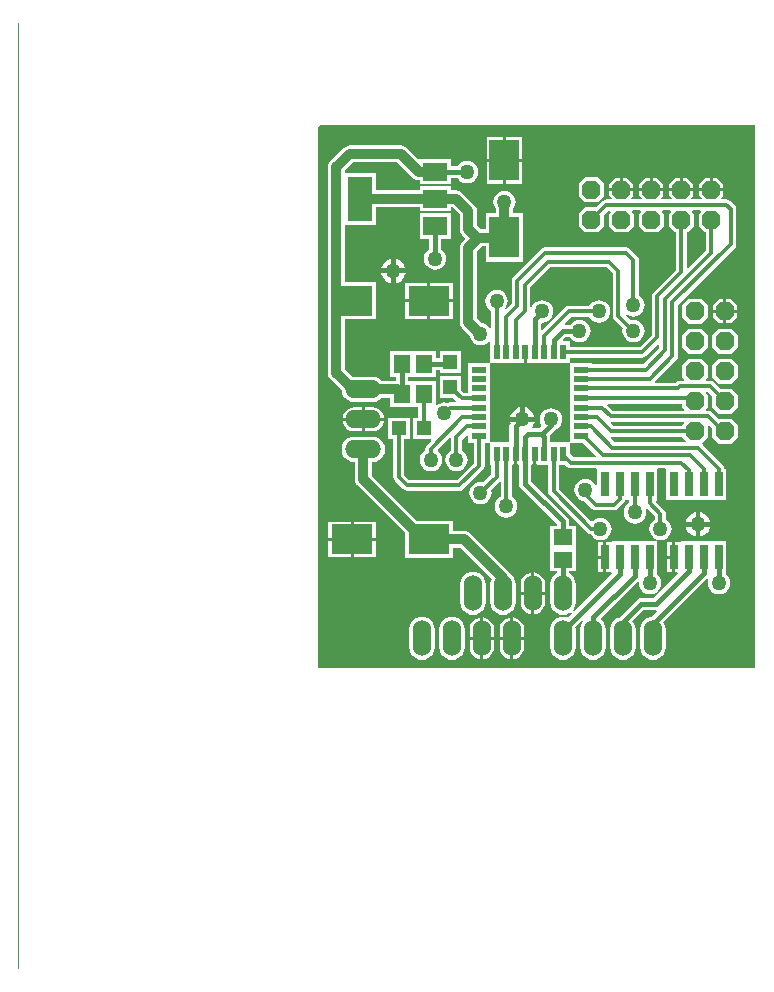
<source format=gtl>
%FSLAX44Y44*%
%MOMM*%
G71*
G01*
G75*
G04 Layer_Physical_Order=1*
G04 Layer_Color=255*
%ADD10R,0.5588X1.2700*%
%ADD11R,1.2700X0.5588*%
%ADD12R,2.5146X3.5052*%
%ADD13R,3.5052X2.5146*%
%ADD14R,1.3208X1.6002*%
%ADD15R,1.2192X1.2192*%
%ADD16R,0.6604X2.0320*%
%ADD17R,1.2192X1.2192*%
%ADD18R,2.0066X1.5240*%
%ADD19R,2.0066X3.8100*%
%ADD20R,1.6002X1.3208*%
%ADD21C,0.8128*%
%ADD22C,0.4064*%
%ADD23C,0.3048*%
%ADD24C,0.3050*%
%ADD25C,0.4060*%
%ADD26C,0.0000*%
G04:AMPARAMS|DCode=27|XSize=1.524mm|YSize=1.524mm|CornerRadius=0mm|HoleSize=0mm|Usage=FLASHONLY|Rotation=0.000|XOffset=0mm|YOffset=0mm|HoleType=Round|Shape=Octagon|*
%AMOCTAGOND27*
4,1,8,0.7620,-0.3810,0.7620,0.3810,0.3810,0.7620,-0.3810,0.7620,-0.7620,0.3810,-0.7620,-0.3810,-0.3810,-0.7620,0.3810,-0.7620,0.7620,-0.3810,0.0*
%
%ADD27OCTAGOND27*%

%ADD28O,3.0480X1.5240*%
%ADD29O,1.5240X3.0480*%
G04:AMPARAMS|DCode=30|XSize=1.524mm|YSize=1.524mm|CornerRadius=0mm|HoleSize=0mm|Usage=FLASHONLY|Rotation=270.000|XOffset=0mm|YOffset=0mm|HoleType=Round|Shape=Octagon|*
%AMOCTAGOND30*
4,1,8,-0.3810,-0.7620,0.3810,-0.7620,0.7620,-0.3810,0.7620,0.3810,0.3810,0.7620,-0.3810,0.7620,-0.7620,0.3810,-0.7620,-0.3810,-0.3810,-0.7620,0.0*
%
%ADD30OCTAGOND30*%

%ADD31C,1.2700*%
G36*
X370000Y-0D02*
X370000Y-0D01*
X-0D01*
X-0Y458730D01*
X1270Y460000D01*
X370000D01*
Y-0D01*
D02*
G37*
%LPC*%
G36*
X299431Y106946D02*
X294859D01*
Y95516D01*
X299431D01*
Y106946D01*
D02*
G37*
G36*
X241011D02*
X236439D01*
Y95516D01*
X241011D01*
Y106946D01*
D02*
G37*
G36*
X48526Y124333D02*
X29730D01*
Y110490D01*
X48526D01*
Y124333D01*
D02*
G37*
G36*
X27190D02*
X8394D01*
Y110490D01*
X27190D01*
Y124333D01*
D02*
G37*
G36*
X299431Y92976D02*
X294859D01*
Y81546D01*
X299431D01*
Y92976D01*
D02*
G37*
G36*
X241011D02*
X236439D01*
Y81546D01*
X241011D01*
Y92976D01*
D02*
G37*
G36*
X48526Y107950D02*
X29730D01*
Y94107D01*
X48526D01*
Y107950D01*
D02*
G37*
G36*
X27190D02*
X8394D01*
Y94107D01*
X27190D01*
Y107950D01*
D02*
G37*
G36*
X55800Y209550D02*
X39370D01*
Y200572D01*
X45720D01*
X48372Y200921D01*
X50844Y201945D01*
X52966Y203574D01*
X54595Y205696D01*
X55619Y208168D01*
X55800Y209550D01*
D02*
G37*
G36*
X36830D02*
X20399D01*
X20582Y208168D01*
X21605Y205696D01*
X23234Y203574D01*
X25356Y201945D01*
X27828Y200921D01*
X30480Y200572D01*
X36830D01*
Y209550D01*
D02*
G37*
G36*
X45720Y221068D02*
X39370D01*
Y212090D01*
X55800D01*
X55619Y213472D01*
X54595Y215944D01*
X52966Y218066D01*
X50844Y219695D01*
X48372Y220718D01*
X45720Y221068D01*
D02*
G37*
G36*
X36830D02*
X30480D01*
X27828Y220718D01*
X25356Y219695D01*
X23234Y218066D01*
X21605Y215944D01*
X20582Y213472D01*
X20399Y212090D01*
X36830D01*
Y221068D01*
D02*
G37*
G36*
X331546Y119888D02*
X323342D01*
Y111684D01*
X324029Y111774D01*
X326562Y112823D01*
X328737Y114493D01*
X330407Y116668D01*
X331456Y119201D01*
X331546Y119888D01*
D02*
G37*
G36*
X319278D02*
X311074D01*
X311164Y119201D01*
X312213Y116668D01*
X313883Y114493D01*
X316058Y112823D01*
X318591Y111774D01*
X319278Y111684D01*
Y119888D01*
D02*
G37*
G36*
X323342Y132156D02*
Y123952D01*
X331546D01*
X331456Y124639D01*
X330407Y127172D01*
X328737Y129347D01*
X326562Y131017D01*
X324029Y132066D01*
X323342Y132156D01*
D02*
G37*
G36*
X319278D02*
X318591Y132066D01*
X316058Y131017D01*
X313883Y129347D01*
X312213Y127172D01*
X311164Y124639D01*
X311074Y123952D01*
X319278D01*
Y132156D01*
D02*
G37*
G36*
X182880Y81201D02*
Y64770D01*
X191858D01*
Y71120D01*
X191509Y73772D01*
X190485Y76244D01*
X188856Y78366D01*
X186734Y79995D01*
X184262Y81018D01*
X182880Y81201D01*
D02*
G37*
G36*
X174078Y24130D02*
X165100D01*
Y7699D01*
X166482Y7882D01*
X168954Y8905D01*
X171076Y10534D01*
X172705Y12656D01*
X173729Y15128D01*
X174078Y17780D01*
Y24130D01*
D02*
G37*
G36*
X162560D02*
X153582D01*
Y17780D01*
X153932Y15128D01*
X154955Y12656D01*
X156584Y10534D01*
X158706Y8905D01*
X161178Y7882D01*
X162560Y7699D01*
Y24130D01*
D02*
G37*
G36*
X139700Y43101D02*
Y26670D01*
X148678D01*
Y33020D01*
X148329Y35672D01*
X147305Y38144D01*
X145676Y40266D01*
X143554Y41895D01*
X141082Y42919D01*
X139700Y43101D01*
D02*
G37*
G36*
X137160D02*
X135778Y42919D01*
X133306Y41895D01*
X131184Y40266D01*
X129555Y38144D01*
X128532Y35672D01*
X128182Y33020D01*
Y26670D01*
X137160D01*
Y43101D01*
D02*
G37*
G36*
X113030Y43780D02*
X110245Y43413D01*
X107650Y42339D01*
X105421Y40628D01*
X103712Y38400D01*
X102637Y35805D01*
X102270Y33020D01*
Y17780D01*
X102637Y14995D01*
X103712Y12400D01*
X105421Y10172D01*
X107650Y8461D01*
X110245Y7387D01*
X113030Y7020D01*
X115815Y7387D01*
X118410Y8461D01*
X120639Y10172D01*
X122348Y12400D01*
X123423Y14995D01*
X123790Y17780D01*
Y33020D01*
X123423Y35805D01*
X122348Y38400D01*
X120639Y40628D01*
X118410Y42339D01*
X115815Y43413D01*
X113030Y43780D01*
D02*
G37*
G36*
X87630D02*
X84845Y43413D01*
X82250Y42339D01*
X80021Y40628D01*
X78312Y38400D01*
X77237Y35805D01*
X76870Y33020D01*
Y17780D01*
X77237Y14995D01*
X78312Y12400D01*
X80021Y10172D01*
X82250Y8461D01*
X84845Y7387D01*
X87630Y7020D01*
X90415Y7387D01*
X93010Y8461D01*
X95239Y10172D01*
X96948Y12400D01*
X98023Y14995D01*
X98390Y17780D01*
Y33020D01*
X98023Y35805D01*
X96948Y38400D01*
X95239Y40628D01*
X93010Y42339D01*
X90415Y43413D01*
X87630Y43780D01*
D02*
G37*
G36*
X148678Y24130D02*
X139700D01*
Y7699D01*
X141082Y7882D01*
X143554Y8905D01*
X145676Y10534D01*
X147305Y12656D01*
X148329Y15128D01*
X148678Y17780D01*
Y24130D01*
D02*
G37*
G36*
X137160D02*
X128182D01*
Y17780D01*
X128532Y15128D01*
X129555Y12656D01*
X131184Y10534D01*
X133306Y8905D01*
X135778Y7882D01*
X137160Y7699D01*
Y24130D01*
D02*
G37*
G36*
X191858Y62230D02*
X182880D01*
Y45799D01*
X184262Y45981D01*
X186734Y47005D01*
X188856Y48634D01*
X190485Y50756D01*
X191509Y53228D01*
X191858Y55880D01*
Y62230D01*
D02*
G37*
G36*
X180340D02*
X171362D01*
Y55880D01*
X171712Y53228D01*
X172735Y50756D01*
X174364Y48634D01*
X176486Y47005D01*
X178958Y45981D01*
X180340Y45799D01*
Y62230D01*
D02*
G37*
G36*
Y81201D02*
X178958Y81018D01*
X176486Y79995D01*
X174364Y78366D01*
X172735Y76244D01*
X171712Y73772D01*
X171362Y71120D01*
Y64770D01*
X180340D01*
Y81201D01*
D02*
G37*
G36*
X307051Y107454D02*
X306543Y106946D01*
X301971D01*
Y94246D01*
Y81546D01*
X303702D01*
X304188Y80373D01*
X283605Y59790D01*
X273050D01*
X271068Y59395D01*
X269387Y58273D01*
X254177Y43062D01*
X252430Y42339D01*
X250201Y40628D01*
X248491Y38400D01*
X247417Y35805D01*
X247050Y33020D01*
Y17780D01*
X247417Y14995D01*
X248491Y12400D01*
X250201Y10172D01*
X252430Y8461D01*
X255025Y7387D01*
X257810Y7020D01*
X260595Y7387D01*
X263190Y8461D01*
X265418Y10172D01*
X267129Y12400D01*
X268203Y14995D01*
X268570Y17780D01*
Y33020D01*
X268203Y35805D01*
X267129Y38400D01*
X265842Y40077D01*
X275195Y49430D01*
X285750D01*
X285912Y49463D01*
X286538Y48292D01*
X281846Y43601D01*
X280425Y43413D01*
X277830Y42339D01*
X275602Y40628D01*
X273892Y38400D01*
X272817Y35805D01*
X272450Y33020D01*
Y17780D01*
X272817Y14995D01*
X273892Y12400D01*
X275602Y10172D01*
X277830Y8461D01*
X280425Y7387D01*
X283210Y7020D01*
X285995Y7387D01*
X288590Y8461D01*
X290819Y10172D01*
X292528Y12400D01*
X293603Y14995D01*
X293970Y17780D01*
Y33020D01*
X293603Y35805D01*
X292528Y38400D01*
X291993Y39098D01*
X329139Y76244D01*
X330216Y75524D01*
X329934Y74843D01*
X329611Y72390D01*
X329934Y69937D01*
X330881Y67650D01*
X332387Y65687D01*
X334351Y64181D01*
X336637Y63234D01*
X339090Y62911D01*
X341543Y63234D01*
X343829Y64181D01*
X345793Y65687D01*
X347299Y67650D01*
X348246Y69937D01*
X348569Y72390D01*
X348246Y74843D01*
X347299Y77130D01*
X345793Y79093D01*
X344912Y79768D01*
X345151Y81038D01*
X345151D01*
Y107454D01*
X307051D01*
Y107454D01*
D02*
G37*
G36*
X165100Y43101D02*
Y26670D01*
X174078D01*
Y33020D01*
X173729Y35672D01*
X172705Y38144D01*
X171076Y40266D01*
X168954Y41895D01*
X166482Y42919D01*
X165100Y43101D01*
D02*
G37*
G36*
X162560D02*
X161178Y42919D01*
X158706Y41895D01*
X156584Y40266D01*
X154955Y38144D01*
X153932Y35672D01*
X153582Y33020D01*
Y26670D01*
X162560D01*
Y43101D01*
D02*
G37*
G36*
X45720Y196180D02*
X30480D01*
X27695Y195813D01*
X25100Y194739D01*
X22871Y193029D01*
X21161Y190800D01*
X20087Y188205D01*
X19720Y185420D01*
X20087Y182635D01*
X21161Y180040D01*
X22871Y177812D01*
X25100Y176101D01*
X27695Y175027D01*
X30480Y174660D01*
X30927D01*
Y160020D01*
X31171Y158163D01*
X31381Y157657D01*
X31888Y156433D01*
X33028Y154948D01*
X72898Y115077D01*
Y93599D01*
X114046D01*
Y102047D01*
X120219D01*
X146562Y75704D01*
X145817Y73905D01*
X145450Y71120D01*
Y55880D01*
X145817Y53095D01*
X146891Y50500D01*
X148602Y48271D01*
X150830Y46561D01*
X153425Y45487D01*
X156210Y45120D01*
X158995Y45487D01*
X161590Y46561D01*
X163818Y48271D01*
X165529Y50500D01*
X166603Y53095D01*
X166970Y55880D01*
Y71120D01*
X166603Y73905D01*
X165529Y76500D01*
X163818Y78728D01*
X162398Y79819D01*
X161282Y81272D01*
X128262Y114292D01*
X126777Y115432D01*
X125553Y115939D01*
X125047Y116149D01*
X123190Y116393D01*
X114046D01*
Y124841D01*
X83424D01*
X45273Y162991D01*
Y174660D01*
X45720D01*
X48505Y175027D01*
X51100Y176101D01*
X53328Y177812D01*
X55038Y180040D01*
X56113Y182635D01*
X56480Y185420D01*
X56113Y188205D01*
X55038Y190800D01*
X53328Y193029D01*
X51100Y194739D01*
X48505Y195813D01*
X45720Y196180D01*
D02*
G37*
G36*
X130810Y81880D02*
X128025Y81513D01*
X125430Y80438D01*
X123202Y78728D01*
X121491Y76500D01*
X120417Y73905D01*
X120050Y71120D01*
Y55880D01*
X120417Y53095D01*
X121491Y50500D01*
X123202Y48271D01*
X125430Y46561D01*
X128025Y45487D01*
X130810Y45120D01*
X133595Y45487D01*
X136190Y46561D01*
X138419Y48271D01*
X140128Y50500D01*
X141203Y53095D01*
X141570Y55880D01*
Y71120D01*
X141203Y73905D01*
X140128Y76500D01*
X138419Y78728D01*
X136190Y80438D01*
X133595Y81513D01*
X130810Y81880D01*
D02*
G37*
G36*
X156210Y428740D02*
X142367D01*
Y409944D01*
X156210D01*
Y428740D01*
D02*
G37*
G36*
X337820Y415290D02*
X334010D01*
Y406400D01*
X342900D01*
Y410210D01*
X337820Y415290D01*
D02*
G37*
G36*
X331470D02*
X327660D01*
X322580Y410210D01*
Y406400D01*
X331470D01*
Y415290D01*
D02*
G37*
G36*
X349250Y312420D02*
X345440D01*
Y303530D01*
X354330D01*
Y307340D01*
X349250Y312420D01*
D02*
G37*
G36*
X69850Y442783D02*
X26670D01*
X24813Y442539D01*
X24307Y442329D01*
X23083Y441822D01*
X21598Y440682D01*
X10168Y429252D01*
X9028Y427767D01*
X8521Y426543D01*
X8311Y426037D01*
X8067Y424180D01*
Y326771D01*
X7874D01*
Y295529D01*
X8067D01*
Y250190D01*
X8311Y248333D01*
X8521Y247827D01*
X9028Y246603D01*
X10168Y245118D01*
X19819Y235466D01*
X20087Y233435D01*
X21161Y230840D01*
X22871Y228612D01*
X25100Y226901D01*
X27695Y225827D01*
X30480Y225460D01*
X45720D01*
X48505Y225827D01*
X51100Y226901D01*
X53328Y228612D01*
X53662Y229047D01*
X60858D01*
Y221361D01*
X84578D01*
Y212344D01*
X80096D01*
Y194056D01*
X94934D01*
X95420Y192883D01*
X91954Y189416D01*
X90943Y187904D01*
X90884Y187608D01*
X90588Y186120D01*
Y184771D01*
X90511Y184739D01*
X88547Y183233D01*
X87041Y181269D01*
X86094Y178983D01*
X85771Y176530D01*
X86094Y174077D01*
X87041Y171791D01*
X88547Y169827D01*
X90511Y168321D01*
X92797Y167374D01*
X95250Y167051D01*
X97703Y167374D01*
X99990Y168321D01*
X101953Y169827D01*
X103459Y171791D01*
X104406Y174077D01*
X104729Y176530D01*
X104406Y178983D01*
X103459Y181269D01*
X101953Y183233D01*
X101021Y183948D01*
X100938Y185215D01*
X110908Y195186D01*
X112178Y194660D01*
Y184771D01*
X112100Y184739D01*
X110137Y183233D01*
X108631Y181269D01*
X107684Y178983D01*
X107361Y176530D01*
X107684Y174077D01*
X108631Y171791D01*
X110137Y169827D01*
X112100Y168321D01*
X114387Y167374D01*
X116840Y167051D01*
X119293Y167374D01*
X121580Y168321D01*
X123543Y169827D01*
X125049Y171791D01*
X125996Y174077D01*
X126319Y176530D01*
X125996Y178983D01*
X125049Y181269D01*
X123543Y183233D01*
X121580Y184739D01*
X121502Y184771D01*
Y193649D01*
X125573Y197720D01*
X126746Y197234D01*
Y190948D01*
X131422D01*
Y173575D01*
X117449Y159602D01*
X76861D01*
X72734Y163729D01*
Y194056D01*
X77216D01*
Y212344D01*
X58928D01*
Y194056D01*
X63410D01*
Y161798D01*
X63706Y160310D01*
X63765Y160014D01*
X64776Y158502D01*
X71634Y151644D01*
X73146Y150633D01*
X74930Y150278D01*
X119380D01*
X120868Y150574D01*
X121164Y150633D01*
X122676Y151644D01*
X139380Y168348D01*
X140391Y169860D01*
X140746Y171644D01*
Y190948D01*
X145034D01*
Y172466D01*
X146214D01*
Y164237D01*
X139691Y157714D01*
X139613Y157746D01*
X137160Y158069D01*
X134707Y157746D01*
X132421Y156799D01*
X130457Y155293D01*
X128951Y153329D01*
X128004Y151043D01*
X127681Y148590D01*
X128004Y146137D01*
X128951Y143850D01*
X130457Y141887D01*
X132421Y140381D01*
X134707Y139434D01*
X137160Y139111D01*
X139613Y139434D01*
X141899Y140381D01*
X143863Y141887D01*
X145369Y143850D01*
X146316Y146137D01*
X146639Y148590D01*
X146316Y151043D01*
X146284Y151121D01*
X153072Y157910D01*
X154342Y157384D01*
Y145507D01*
X154010Y145369D01*
X152047Y143863D01*
X150541Y141899D01*
X149594Y139613D01*
X149271Y137160D01*
X149594Y134707D01*
X150541Y132421D01*
X152047Y130457D01*
X154010Y128951D01*
X156297Y128004D01*
X158750Y127681D01*
X161203Y128004D01*
X163489Y128951D01*
X165453Y130457D01*
X166959Y132421D01*
X167906Y134707D01*
X168229Y137160D01*
X167906Y139613D01*
X166959Y141899D01*
X165453Y143863D01*
X163666Y145234D01*
Y172466D01*
X164846D01*
Y172974D01*
X165608D01*
Y181864D01*
X168148D01*
Y172974D01*
X169164D01*
Y172466D01*
X169827D01*
Y156464D01*
X170221Y154482D01*
X171343Y152802D01*
X201831Y122315D01*
Y120752D01*
X195961D01*
Y101448D01*
Y82296D01*
X201831D01*
Y80521D01*
X201630Y80438D01*
X199401Y78728D01*
X197691Y76500D01*
X196617Y73905D01*
X196250Y71120D01*
Y55880D01*
X196617Y53095D01*
X197691Y50500D01*
X199401Y48271D01*
X201630Y46561D01*
X204225Y45487D01*
X207010Y45120D01*
X209795Y45487D01*
X212390Y46561D01*
X213724Y47586D01*
X214564Y46629D01*
X210893Y42958D01*
X209795Y43413D01*
X207010Y43780D01*
X204225Y43413D01*
X201630Y42339D01*
X199401Y40628D01*
X197691Y38400D01*
X196617Y35805D01*
X196250Y33020D01*
Y17780D01*
X196617Y14995D01*
X197691Y12400D01*
X199401Y10172D01*
X201630Y8461D01*
X204225Y7387D01*
X207010Y7020D01*
X209795Y7387D01*
X212390Y8461D01*
X214618Y10172D01*
X216329Y12400D01*
X217403Y14995D01*
X217770Y17780D01*
Y33020D01*
X217518Y34933D01*
X223159Y40574D01*
X224116Y39734D01*
X223092Y38400D01*
X222017Y35805D01*
X221650Y33020D01*
Y17780D01*
X222017Y14995D01*
X223092Y12400D01*
X224802Y10172D01*
X227030Y8461D01*
X229625Y7387D01*
X232410Y7020D01*
X235195Y7387D01*
X237790Y8461D01*
X240019Y10172D01*
X241728Y12400D01*
X242803Y14995D01*
X243170Y17780D01*
Y33020D01*
X242803Y35805D01*
X241728Y38400D01*
X240019Y40628D01*
X239178Y41273D01*
X239095Y42540D01*
X270056Y73501D01*
X271259Y72908D01*
X271191Y72390D01*
X271514Y69937D01*
X272461Y67650D01*
X273967Y65687D01*
X275931Y64181D01*
X278217Y63234D01*
X280670Y62911D01*
X283123Y63234D01*
X285410Y64181D01*
X287373Y65687D01*
X288879Y67650D01*
X289826Y69937D01*
X290149Y72390D01*
X289826Y74843D01*
X288879Y77130D01*
X287373Y79093D01*
X286492Y79768D01*
X286731Y81038D01*
X286731D01*
Y107454D01*
X249183D01*
X248764Y107454D01*
X248631D01*
X247571Y106946D01*
X247361Y106946D01*
X243551D01*
Y94246D01*
Y81546D01*
X247361D01*
X247571Y81546D01*
X247720Y81475D01*
X248274Y80339D01*
X216261Y48326D01*
X215305Y49166D01*
X216329Y50500D01*
X217403Y53095D01*
X217770Y55880D01*
Y71120D01*
X217403Y73905D01*
X216329Y76500D01*
X214618Y78728D01*
X212390Y80438D01*
X212190Y80521D01*
Y82296D01*
X218059D01*
Y101448D01*
Y120752D01*
X212190D01*
Y124460D01*
X211795Y126442D01*
X210672Y128123D01*
X180186Y158609D01*
Y172466D01*
X180848D01*
Y172974D01*
X181800D01*
Y181864D01*
X184340D01*
Y172974D01*
X185228D01*
Y172466D01*
X194408D01*
Y150180D01*
X194704Y148692D01*
X194763Y148396D01*
X195774Y146884D01*
X227844Y114814D01*
X229356Y113803D01*
X229652Y113744D01*
X230463Y113583D01*
X230551Y113371D01*
X232057Y111407D01*
X234021Y109901D01*
X236307Y108954D01*
X238760Y108631D01*
X241213Y108954D01*
X243500Y109901D01*
X245463Y111407D01*
X246969Y113371D01*
X247916Y115657D01*
X248239Y118110D01*
X247916Y120563D01*
X246969Y122850D01*
X245463Y124813D01*
X243500Y126319D01*
X241213Y127266D01*
X238760Y127589D01*
X236307Y127266D01*
X234021Y126319D01*
X232057Y124813D01*
X231093Y124749D01*
X203732Y152111D01*
Y172466D01*
X209060D01*
X210832Y170694D01*
X211842Y170019D01*
X212344Y169683D01*
X214128Y169328D01*
X234829D01*
X235931Y168922D01*
X235931Y168058D01*
Y155176D01*
X234661Y154924D01*
X234269Y155870D01*
X232763Y157833D01*
X230800Y159339D01*
X228513Y160286D01*
X226060Y160609D01*
X223607Y160286D01*
X221320Y159339D01*
X219357Y157833D01*
X217851Y155870D01*
X216904Y153583D01*
X216581Y151130D01*
X216904Y148677D01*
X217851Y146390D01*
X219357Y144427D01*
X221320Y142921D01*
X223607Y141974D01*
X224997Y141791D01*
X231654Y135134D01*
X233166Y134123D01*
X234950Y133768D01*
X250190D01*
X251678Y134064D01*
X251974Y134123D01*
X253486Y135134D01*
X258277Y139925D01*
X259288Y141437D01*
X259347Y141733D01*
X259500Y142506D01*
X263308D01*
Y140322D01*
X263230Y140289D01*
X261267Y138783D01*
X259761Y136819D01*
X258814Y134533D01*
X258491Y132080D01*
X258814Y129627D01*
X259761Y127340D01*
X261267Y125377D01*
X263230Y123871D01*
X265517Y122924D01*
X267970Y122601D01*
X270423Y122924D01*
X272710Y123871D01*
X274673Y125377D01*
X276179Y127340D01*
X277126Y129627D01*
X277449Y132080D01*
X277126Y134533D01*
X276898Y135083D01*
X277975Y135802D01*
X284898Y128879D01*
Y126351D01*
X284820Y126319D01*
X282857Y124813D01*
X281351Y122850D01*
X280404Y120563D01*
X280081Y118110D01*
X280404Y115657D01*
X281351Y113371D01*
X282857Y111407D01*
X284820Y109901D01*
X287107Y108954D01*
X289560Y108631D01*
X292013Y108954D01*
X294300Y109901D01*
X296263Y111407D01*
X297769Y113371D01*
X298716Y115657D01*
X299039Y118110D01*
X298716Y120563D01*
X297769Y122850D01*
X296263Y124813D01*
X294300Y126319D01*
X294222Y126351D01*
Y130810D01*
X293867Y132594D01*
X292856Y134106D01*
X285726Y141236D01*
X286252Y142506D01*
X286731D01*
Y168058D01*
X286731Y168922D01*
X287833Y169328D01*
X287833D01*
X293249D01*
X294351Y168922D01*
Y142506D01*
X345151D01*
Y168922D01*
X343462D01*
Y169199D01*
X343108Y170983D01*
X342097Y172495D01*
X325250Y189342D01*
X325145Y191033D01*
X329438Y195326D01*
Y205734D01*
X330520Y206447D01*
X333502Y203466D01*
Y195326D01*
X338836Y189992D01*
X349504D01*
X354838Y195326D01*
Y205994D01*
X349504Y211328D01*
X338836D01*
X338830Y211322D01*
X333496Y216656D01*
X331984Y217667D01*
X331688Y217726D01*
X330200Y218022D01*
X328393D01*
X327907Y219195D01*
X329438Y220726D01*
Y231394D01*
X328013Y232819D01*
X328468Y233963D01*
X329566Y234071D01*
X333502Y230136D01*
Y220726D01*
X338836Y215392D01*
X349504D01*
X354838Y220726D01*
Y231394D01*
X349504Y236728D01*
X340094D01*
X334766Y242056D01*
X333254Y243067D01*
X332958Y243126D01*
X331470Y243422D01*
X328393D01*
X327907Y244595D01*
X329438Y246126D01*
Y256794D01*
X324104Y262128D01*
X313436D01*
X308102Y256794D01*
Y246126D01*
X309633Y244595D01*
X309147Y243422D01*
X306070D01*
X304582Y243126D01*
X304286Y243067D01*
X302774Y242056D01*
X302361Y241644D01*
X285455D01*
X284969Y242817D01*
X303016Y260864D01*
X304027Y262376D01*
X304086Y262672D01*
X304382Y264160D01*
Y307949D01*
X352546Y356114D01*
X353221Y357124D01*
X353557Y357626D01*
X353912Y359410D01*
Y388620D01*
X353616Y390108D01*
X353557Y390404D01*
X352546Y391916D01*
X348736Y395726D01*
X347224Y396737D01*
X346928Y396796D01*
X345440Y397092D01*
X341601D01*
X341115Y398265D01*
X342900Y400050D01*
Y403860D01*
X322580D01*
Y400050D01*
X324365Y398265D01*
X323879Y397092D01*
X316201D01*
X315715Y398265D01*
X317500Y400050D01*
Y403860D01*
X297180D01*
Y400050D01*
X298965Y398265D01*
X298479Y397092D01*
X290801D01*
X290315Y398265D01*
X292100Y400050D01*
Y403860D01*
X271780D01*
Y400050D01*
X273565Y398265D01*
X273079Y397092D01*
X265401D01*
X264915Y398265D01*
X266700Y400050D01*
Y403860D01*
X246380D01*
Y400050D01*
X248165Y398265D01*
X247679Y397092D01*
X243840D01*
X242352Y396796D01*
X242056Y396737D01*
X240544Y395726D01*
X235216Y390398D01*
X225806D01*
X220472Y385064D01*
Y374396D01*
X225806Y369062D01*
X236474D01*
X241808Y374396D01*
Y383806D01*
X245744Y387741D01*
X246842Y387633D01*
X247297Y386489D01*
X245872Y385064D01*
Y374396D01*
X251206Y369062D01*
X261874D01*
X267208Y374396D01*
Y385064D01*
X265677Y386595D01*
X266163Y387768D01*
X272317D01*
X272803Y386595D01*
X271272Y385064D01*
Y374396D01*
X276606Y369062D01*
X287274D01*
X292608Y374396D01*
Y385064D01*
X291077Y386595D01*
X291563Y387768D01*
X297717D01*
X298203Y386595D01*
X296672Y385064D01*
Y374396D01*
X302006Y369062D01*
X302678D01*
Y337211D01*
X283724Y318256D01*
X282713Y316744D01*
X282654Y316448D01*
X282358Y314960D01*
Y282601D01*
X272135Y272378D01*
X212912D01*
Y277114D01*
X207358D01*
X206872Y278287D01*
X209155Y280571D01*
X213109D01*
X214277Y279047D01*
X216241Y277541D01*
X218527Y276594D01*
X220980Y276271D01*
X223433Y276594D01*
X225720Y277541D01*
X227683Y279047D01*
X229189Y281010D01*
X230136Y283297D01*
X230459Y285750D01*
X230136Y288203D01*
X229189Y290490D01*
X227683Y292453D01*
X225720Y293959D01*
X223433Y294906D01*
X220980Y295229D01*
X218527Y294906D01*
X216241Y293959D01*
X214277Y292453D01*
X213109Y290930D01*
X209011D01*
X208525Y292103D01*
X214021Y297598D01*
X229249D01*
X229281Y297521D01*
X230787Y295557D01*
X232750Y294051D01*
X235037Y293104D01*
X237490Y292781D01*
X239943Y293104D01*
X242229Y294051D01*
X244193Y295557D01*
X245699Y297521D01*
X246646Y299807D01*
X246969Y302260D01*
X246646Y304713D01*
X245699Y306999D01*
X244193Y308963D01*
X242229Y310469D01*
X239943Y311416D01*
X237490Y311739D01*
X235037Y311416D01*
X232750Y310469D01*
X230787Y308963D01*
X229281Y306999D01*
X229249Y306922D01*
X212090D01*
X210602Y306626D01*
X210306Y306567D01*
X208794Y305556D01*
X189423Y286185D01*
X188249Y286671D01*
Y291947D01*
X189204Y292784D01*
X189230Y292781D01*
X191683Y293104D01*
X193969Y294051D01*
X195933Y295557D01*
X197439Y297521D01*
X198386Y299807D01*
X198709Y302260D01*
X198386Y304713D01*
X197439Y306999D01*
X195933Y308963D01*
X193969Y310469D01*
X191683Y311416D01*
X189230Y311739D01*
X186777Y311416D01*
X184491Y310469D01*
X182527Y308963D01*
X181021Y306999D01*
X180620Y306032D01*
X179350Y306285D01*
Y322618D01*
X196241Y339508D01*
X244449D01*
X249338Y334619D01*
Y298450D01*
X249634Y296962D01*
X249693Y296666D01*
X250704Y295154D01*
X257576Y288281D01*
X257544Y288203D01*
X257221Y285750D01*
X257544Y283297D01*
X258491Y281010D01*
X259997Y279047D01*
X261961Y277541D01*
X264247Y276594D01*
X266700Y276271D01*
X269153Y276594D01*
X271439Y277541D01*
X273403Y279047D01*
X274909Y281010D01*
X275856Y283297D01*
X276179Y285750D01*
X275856Y288203D01*
X274909Y290490D01*
X273403Y292453D01*
X271439Y293959D01*
X269153Y294906D01*
X266700Y295229D01*
X264247Y294906D01*
X264169Y294874D01*
X260035Y299008D01*
X260874Y299965D01*
X261961Y299131D01*
X264247Y298184D01*
X266700Y297861D01*
X269153Y298184D01*
X271439Y299131D01*
X273403Y300637D01*
X274909Y302600D01*
X275856Y304887D01*
X276179Y307340D01*
X275856Y309793D01*
X274909Y312080D01*
X273403Y314043D01*
X271439Y315549D01*
X271362Y315581D01*
Y345440D01*
X271007Y347224D01*
X270671Y347726D01*
X269996Y348736D01*
X263646Y355086D01*
X262134Y356097D01*
X261838Y356156D01*
X260350Y356452D01*
X191770D01*
X189986Y356097D01*
X188474Y355086D01*
X164852Y331464D01*
X163841Y329952D01*
X163782Y329656D01*
X163486Y328168D01*
Y308509D01*
X159208Y304231D01*
X158251Y305070D01*
X159085Y306157D01*
X160032Y308443D01*
X160355Y310896D01*
X160032Y313349D01*
X159085Y315636D01*
X157579Y317599D01*
X155616Y319105D01*
X153329Y320052D01*
X150876Y320375D01*
X148423Y320052D01*
X146137Y319105D01*
X144173Y317599D01*
X142667Y315636D01*
X141720Y313349D01*
X141397Y310896D01*
X141720Y308443D01*
X142667Y306157D01*
X144173Y304193D01*
X146137Y302687D01*
X146214Y302654D01*
Y288934D01*
X144944Y288503D01*
X143863Y289913D01*
X141899Y291419D01*
X139613Y292366D01*
X137927Y292588D01*
X134173Y296341D01*
Y352629D01*
X138861Y357317D01*
X141859D01*
Y344424D01*
X173101D01*
Y385572D01*
X164653D01*
Y388881D01*
X165689Y390230D01*
X166636Y392517D01*
X166959Y394970D01*
X166636Y397423D01*
X165689Y399710D01*
X164183Y401673D01*
X162220Y403179D01*
X159933Y404126D01*
X157480Y404449D01*
X155027Y404126D01*
X152740Y403179D01*
X150777Y401673D01*
X149271Y399710D01*
X148324Y397423D01*
X148001Y394970D01*
X148324Y392517D01*
X149271Y390230D01*
X150307Y388881D01*
Y385572D01*
X141859D01*
Y371663D01*
X137591D01*
X134173Y375081D01*
Y387350D01*
X133929Y389207D01*
X133212Y390937D01*
X132072Y392422D01*
X121912Y402582D01*
X120427Y403722D01*
X119203Y404229D01*
X118697Y404439D01*
X116840Y404683D01*
X111891D01*
Y408178D01*
X85729D01*
Y404683D01*
X48641D01*
Y419608D01*
X22479D01*
X22413Y420851D01*
Y421209D01*
X29641Y428437D01*
X66879D01*
X79764Y415552D01*
X81249Y414412D01*
X82473Y413905D01*
X82979Y413695D01*
X84836Y413451D01*
X85729D01*
Y409956D01*
X111891D01*
Y415191D01*
X117858D01*
X119027Y413667D01*
X120990Y412161D01*
X123277Y411214D01*
X125730Y410891D01*
X128183Y411214D01*
X130470Y412161D01*
X132433Y413667D01*
X133939Y415630D01*
X134886Y417917D01*
X135209Y420370D01*
X134886Y422823D01*
X133939Y425109D01*
X132433Y427073D01*
X130470Y428579D01*
X128183Y429526D01*
X125730Y429849D01*
X123277Y429526D01*
X120990Y428579D01*
X119027Y427073D01*
X117858Y425550D01*
X111891D01*
Y431292D01*
X85729D01*
X85729Y431292D01*
Y431292D01*
X84589Y431016D01*
X74922Y440682D01*
X73437Y441822D01*
X72213Y442329D01*
X71707Y442539D01*
X69850Y442783D01*
D02*
G37*
G36*
X172593Y428740D02*
X158750D01*
Y409944D01*
X172593D01*
Y428740D01*
D02*
G37*
G36*
X342900Y312420D02*
X339090D01*
X334010Y307340D01*
Y303530D01*
X342900D01*
Y312420D01*
D02*
G37*
G36*
X236474Y415798D02*
X225806D01*
X220472Y410464D01*
Y399796D01*
X225806Y394462D01*
X236474D01*
X241808Y399796D01*
Y410464D01*
X236474Y415798D01*
D02*
G37*
G36*
X255270Y415290D02*
X251460D01*
X246380Y410210D01*
Y406400D01*
X255270D01*
Y415290D01*
D02*
G37*
G36*
X261620D02*
X257810D01*
Y406400D01*
X266700D01*
Y410210D01*
X261620Y415290D01*
D02*
G37*
G36*
X280670D02*
X276860D01*
X271780Y410210D01*
Y406400D01*
X280670D01*
Y415290D01*
D02*
G37*
G36*
X312420D02*
X308610D01*
Y406400D01*
X317500D01*
Y410210D01*
X312420Y415290D01*
D02*
G37*
G36*
X306070D02*
X302260D01*
X297180Y410210D01*
Y406400D01*
X306070D01*
Y415290D01*
D02*
G37*
G36*
X287020D02*
X283210D01*
Y406400D01*
X292100D01*
Y410210D01*
X287020Y415290D01*
D02*
G37*
G36*
X324104Y287528D02*
X313436D01*
X308102Y282194D01*
Y271526D01*
X313436Y266192D01*
X324104D01*
X329438Y271526D01*
Y282194D01*
X324104Y287528D01*
D02*
G37*
G36*
X349504D02*
X338836D01*
X333502Y282194D01*
Y271526D01*
X338836Y266192D01*
X349504D01*
X354838Y271526D01*
Y282194D01*
X349504Y287528D01*
D02*
G37*
G36*
Y262128D02*
X338836D01*
X333502Y256794D01*
Y246126D01*
X338836Y240792D01*
X349504D01*
X354838Y246126D01*
Y256794D01*
X349504Y262128D01*
D02*
G37*
G36*
X172593Y450076D02*
X158750D01*
Y431280D01*
X172593D01*
Y450076D01*
D02*
G37*
G36*
X156210D02*
X142367D01*
Y431280D01*
X156210D01*
Y450076D01*
D02*
G37*
G36*
X324104Y312928D02*
X313436D01*
X308102Y307594D01*
Y296926D01*
X313436Y291592D01*
X324104D01*
X329438Y296926D01*
Y307594D01*
X324104Y312928D01*
D02*
G37*
G36*
X342900Y300990D02*
X334010D01*
Y297180D01*
X339090Y292100D01*
X342900D01*
Y300990D01*
D02*
G37*
G36*
X354330D02*
X345440D01*
Y292100D01*
X349250D01*
X354330Y297180D01*
Y300990D01*
D02*
G37*
%LPD*%
G36*
X176276Y258826D02*
X177228D01*
Y258318D01*
X212598D01*
Y247142D01*
Y239014D01*
Y231140D01*
Y223012D01*
Y214948D01*
Y206948D01*
Y198948D01*
Y191262D01*
X196250D01*
Y196150D01*
X195951Y197649D01*
X200434Y202132D01*
X201590Y202611D01*
X203553Y204117D01*
X205059Y206080D01*
X206006Y208367D01*
X206329Y210820D01*
X206006Y213273D01*
X205059Y215560D01*
X203553Y217523D01*
X201590Y219029D01*
X199303Y219976D01*
X196850Y220299D01*
X194397Y219976D01*
X192111Y219029D01*
X190147Y217523D01*
X188641Y215560D01*
X187694Y213273D01*
X187371Y210820D01*
X187694Y208367D01*
X188641Y206080D01*
X189117Y205459D01*
X186957Y203300D01*
X181677D01*
X181050Y204569D01*
X181817Y205568D01*
X182866Y208101D01*
X182956Y208788D01*
X162484D01*
X162574Y208101D01*
X162682Y207841D01*
X162093Y206960D01*
X161698Y204978D01*
Y191262D01*
X145542D01*
Y198948D01*
Y206948D01*
Y214948D01*
Y223012D01*
Y231140D01*
Y239014D01*
Y247142D01*
Y258318D01*
X172720D01*
Y258826D01*
X173736D01*
Y267716D01*
X176276D01*
Y258826D01*
D02*
G37*
G36*
X119827Y384379D02*
Y372110D01*
X120071Y370253D01*
X120281Y369747D01*
X120788Y368523D01*
X121928Y367038D01*
X125110Y363855D01*
X121928Y360672D01*
X120788Y359187D01*
X120281Y357963D01*
X120071Y357457D01*
X119827Y355600D01*
Y293370D01*
X120071Y291513D01*
X120281Y291007D01*
X120788Y289783D01*
X121928Y288298D01*
X127782Y282444D01*
X128004Y280757D01*
X128951Y278470D01*
X130457Y276507D01*
X132421Y275001D01*
X134707Y274054D01*
X137160Y273731D01*
X139613Y274054D01*
X141899Y275001D01*
X143764Y276432D01*
X144192Y276350D01*
X145034Y275947D01*
Y258826D01*
X126746D01*
Y247142D01*
Y239014D01*
Y233516D01*
X123089D01*
X120904Y235700D01*
Y247396D01*
X102616D01*
Y229108D01*
X114312D01*
X116697Y226723D01*
X116171Y225453D01*
X111570D01*
X109786Y225098D01*
X109498Y224905D01*
X109133Y225056D01*
X106680Y225379D01*
X104227Y225056D01*
X101940Y224109D01*
X100584Y223068D01*
X99314Y223695D01*
Y243459D01*
X75690D01*
Y246761D01*
X99314D01*
Y252631D01*
X102616D01*
Y250276D01*
X120904D01*
Y268564D01*
X102616D01*
Y262990D01*
X99314D01*
Y268859D01*
X60858D01*
Y246761D01*
X65331D01*
Y243459D01*
X60858D01*
Y243393D01*
X53662D01*
X53328Y243829D01*
X51100Y245539D01*
X48505Y246613D01*
X45720Y246980D01*
X30480D01*
X28814Y246761D01*
X22413Y253161D01*
Y295529D01*
X49022D01*
Y326771D01*
X22413D01*
Y374169D01*
X22479Y375412D01*
X48641D01*
Y390337D01*
X85729D01*
Y386842D01*
X111891D01*
Y390337D01*
X113869D01*
X119827Y384379D01*
D02*
G37*
G36*
X308102Y220726D02*
X309633Y219195D01*
X309147Y218022D01*
X249581D01*
X244680Y222922D01*
X245206Y224192D01*
X308102D01*
Y220726D01*
D02*
G37*
G36*
Y195326D02*
X310903Y192525D01*
X310417Y191352D01*
X250851D01*
X247442Y194761D01*
X247503Y195122D01*
X248000Y195998D01*
X308102D01*
Y195326D01*
D02*
G37*
G36*
X288708Y274107D02*
Y271171D01*
X275183Y257646D01*
X231394D01*
Y258826D01*
X212912D01*
Y263054D01*
X274066D01*
X275554Y263350D01*
X275850Y263409D01*
X277362Y264420D01*
X287535Y274593D01*
X288708Y274107D01*
D02*
G37*
G36*
X309633Y207525D02*
X308102Y205994D01*
Y205322D01*
X249581D01*
X247442Y207461D01*
X247503Y207822D01*
X248000Y208698D01*
X309147D01*
X309633Y207525D01*
D02*
G37*
G36*
X323603Y386595D02*
X322072Y385064D01*
Y374396D01*
X327406Y369062D01*
X328078D01*
Y353721D01*
X313175Y338817D01*
X312002Y339303D01*
Y369062D01*
X312674D01*
X318008Y374396D01*
Y385064D01*
X316477Y386595D01*
X316963Y387768D01*
X323117D01*
X323603Y386595D01*
D02*
G37*
G36*
X235223Y179825D02*
X234737Y178652D01*
X216059D01*
X212912Y181799D01*
Y190948D01*
X224100D01*
X235223Y179825D01*
D02*
G37*
%LPC*%
G36*
X113526Y309880D02*
X94730D01*
Y296037D01*
X113526D01*
Y309880D01*
D02*
G37*
G36*
X92190Y326263D02*
X73394D01*
Y312420D01*
X92190D01*
Y326263D01*
D02*
G37*
G36*
Y309880D02*
X73394D01*
Y296037D01*
X92190D01*
Y309880D01*
D02*
G37*
G36*
X174752Y221056D02*
Y212852D01*
X182956D01*
X182866Y213539D01*
X181817Y216072D01*
X180147Y218247D01*
X177972Y219917D01*
X175439Y220966D01*
X174752Y221056D01*
D02*
G37*
G36*
X170688D02*
X170001Y220966D01*
X167468Y219917D01*
X165293Y218247D01*
X163623Y216072D01*
X162574Y213539D01*
X162484Y212852D01*
X170688D01*
Y221056D01*
D02*
G37*
G36*
X113526Y326263D02*
X94730D01*
Y312420D01*
X113526D01*
Y326263D01*
D02*
G37*
G36*
X61468Y346786D02*
X60781Y346696D01*
X58248Y345647D01*
X56073Y343977D01*
X54403Y341802D01*
X53354Y339269D01*
X53264Y338582D01*
X61468D01*
Y346786D01*
D02*
G37*
G36*
X65532D02*
Y338582D01*
X73736D01*
X73646Y339269D01*
X72597Y341802D01*
X70927Y343977D01*
X68752Y345647D01*
X66219Y346696D01*
X65532Y346786D01*
D02*
G37*
G36*
X111891Y385178D02*
X85729D01*
Y363842D01*
X93631D01*
Y354832D01*
X92107Y353663D01*
X90601Y351700D01*
X89654Y349413D01*
X89331Y346960D01*
X89654Y344507D01*
X90601Y342220D01*
X92107Y340257D01*
X94070Y338751D01*
X96357Y337804D01*
X98810Y337481D01*
X101263Y337804D01*
X103550Y338751D01*
X105513Y340257D01*
X107019Y342220D01*
X107966Y344507D01*
X108289Y346960D01*
X107966Y349413D01*
X107019Y351700D01*
X105513Y353663D01*
X103989Y354832D01*
Y363842D01*
X111891D01*
Y385178D01*
D02*
G37*
G36*
X61468Y334518D02*
X53264D01*
X53354Y333831D01*
X54403Y331298D01*
X56073Y329123D01*
X58248Y327453D01*
X60781Y326404D01*
X61468Y326314D01*
Y334518D01*
D02*
G37*
G36*
X73736D02*
X65532D01*
Y326314D01*
X66219Y326404D01*
X68752Y327453D01*
X70927Y329123D01*
X72597Y331298D01*
X73646Y333831D01*
X73736Y334518D01*
D02*
G37*
%LPD*%
D10*
X150876Y181864D02*
D03*
X159004D02*
D03*
X166878D02*
D03*
X175006D02*
D03*
X183070D02*
D03*
X191070D02*
D03*
X199070D02*
D03*
X207070D02*
D03*
Y267716D02*
D03*
X199070D02*
D03*
X191070D02*
D03*
X183070D02*
D03*
X175006D02*
D03*
X166878D02*
D03*
X159004D02*
D03*
X150876D02*
D03*
D11*
X221996Y196790D02*
D03*
Y204790D02*
D03*
Y212790D02*
D03*
Y220790D02*
D03*
Y228854D02*
D03*
Y236982D02*
D03*
Y244856D02*
D03*
Y252984D02*
D03*
X136144D02*
D03*
Y244856D02*
D03*
Y236982D02*
D03*
Y228854D02*
D03*
Y220790D02*
D03*
Y212790D02*
D03*
Y204790D02*
D03*
Y196790D02*
D03*
D12*
X157480Y430010D02*
D03*
Y364998D02*
D03*
D13*
X93460Y311150D02*
D03*
X28448D02*
D03*
X28460Y109220D02*
D03*
X93472D02*
D03*
D14*
X70510Y257810D02*
D03*
X89662D02*
D03*
X70510Y232410D02*
D03*
X89662D02*
D03*
D15*
X68072Y203200D02*
D03*
X89240D02*
D03*
D16*
X242281Y94246D02*
D03*
Y155714D02*
D03*
X254981Y94246D02*
D03*
X267681D02*
D03*
X254981Y155714D02*
D03*
X267681D02*
D03*
X280381Y94246D02*
D03*
Y155714D02*
D03*
X300701Y94246D02*
D03*
Y155714D02*
D03*
X313401Y94246D02*
D03*
X326101D02*
D03*
X313401Y155714D02*
D03*
X326101D02*
D03*
X338801Y94246D02*
D03*
Y155714D02*
D03*
D17*
X111760Y238252D02*
D03*
Y259420D02*
D03*
D18*
X98810Y374510D02*
D03*
Y397510D02*
D03*
Y420624D02*
D03*
D19*
X35560Y397510D02*
D03*
D20*
X207010Y111100D02*
D03*
Y91948D02*
D03*
D21*
X35560Y397510D02*
X98810D01*
X116840D01*
X127000Y355600D02*
X134620Y363220D01*
Y364490D01*
X38100Y236220D02*
X66650D01*
X88900Y109220D02*
X93472D01*
X38100Y160020D02*
X88900Y109220D01*
X38100Y160020D02*
Y185420D01*
X156972Y364490D02*
X157480Y364998D01*
X134620Y364490D02*
X156972D01*
X127000Y372110D02*
X134620Y364490D01*
X127000Y372110D02*
Y387350D01*
X116840Y397510D02*
X127000Y387350D01*
X15240Y250190D02*
Y424180D01*
X29210Y236220D02*
X38100D01*
X15240Y250190D02*
X29210Y236220D01*
X156210Y63500D02*
Y76200D01*
X123190Y109220D02*
X156210Y76200D01*
X93472Y109220D02*
X123190D01*
X84836Y420624D02*
X98810D01*
X69850Y435610D02*
X84836Y420624D01*
X26670Y435610D02*
X69850D01*
X15240Y424180D02*
X26670Y435610D01*
X157480Y364998D02*
Y394970D01*
X127000Y293370D02*
Y355600D01*
Y293370D02*
X137160Y283210D01*
D22*
X99064Y420370D02*
X125730D01*
X183070Y178054D02*
Y181864D01*
X207010Y63500D02*
Y91948D01*
X267681Y78451D02*
Y94246D01*
X232410Y43180D02*
X267681Y78451D01*
X232410Y25400D02*
Y43180D01*
X313401Y82261D02*
Y94246D01*
X285750Y54610D02*
X313401Y82261D01*
X273050Y54610D02*
X285750D01*
X257810Y39370D02*
X273050Y54610D01*
X283210Y25400D02*
Y37639D01*
X207010Y31750D02*
X254981Y79721D01*
X207010Y25400D02*
Y31750D01*
X283210Y37639D02*
X326101Y80530D01*
X257810Y25400D02*
Y39370D01*
X254981Y79721D02*
Y94246D01*
X326101Y80530D02*
Y94246D01*
X70510Y232410D02*
Y257810D01*
X89662D02*
X110150D01*
X280381Y94246D02*
X280670Y93957D01*
Y72390D02*
Y93957D01*
X338801Y94246D02*
X339090Y93957D01*
Y72390D02*
Y93957D01*
X98810Y346960D02*
Y374510D01*
X175006Y156464D02*
Y181864D01*
Y156464D02*
X207010Y124460D01*
Y111100D02*
Y124460D01*
Y285750D02*
X220980D01*
X199070Y267716D02*
Y277810D01*
X207010Y285750D01*
X183070Y267716D02*
Y296100D01*
X189230Y302260D01*
X177292Y198120D02*
X189100D01*
X175006Y181864D02*
Y195834D01*
X177292Y198120D01*
X191070Y181864D02*
Y196150D01*
X189100Y198120D02*
X191070Y196150D01*
X166878Y181864D02*
Y204978D01*
X172720Y210820D01*
D23*
X159004Y137414D02*
Y181864D01*
X231140Y379730D02*
X243840Y392430D01*
X345440D01*
X349250Y388620D01*
X307340Y173990D02*
X313690Y167640D01*
X314960Y180340D02*
X326101Y169199D01*
X241300Y180340D02*
X314960D01*
X224850Y196790D02*
X241300Y180340D01*
X321310Y186690D02*
X338801Y169199D01*
X248920Y186690D02*
X321310D01*
X230820Y204790D02*
X248920Y186690D01*
X221996Y196790D02*
X224850D01*
X306070Y238760D02*
X331470D01*
X304292Y236982D02*
X306070Y238760D01*
X221996Y236982D02*
X304292D01*
X331470Y238760D02*
X344170Y226060D01*
X247650Y213360D02*
X330200D01*
X240220Y220790D02*
X247650Y213360D01*
X221996Y220790D02*
X240220D01*
X330200Y213360D02*
X342900Y200660D01*
X344170D01*
X247650D02*
X318770D01*
X235520Y212790D02*
X247650Y200660D01*
X221996Y212790D02*
X235520D01*
X221996Y204790D02*
X230820D01*
X315976Y228854D02*
X318770Y226060D01*
X221996Y228854D02*
X315976D01*
X338801Y155714D02*
Y169199D01*
X326101Y155714D02*
Y169199D01*
X313690Y156003D02*
Y167640D01*
X234950Y138430D02*
X250190D01*
X267681Y155714D02*
X267970Y155425D01*
X254981Y143221D02*
Y155714D01*
X250190Y138430D02*
X254981Y143221D01*
X121158Y228854D02*
X136144D01*
X111760Y238252D02*
X121158Y228854D01*
X136084Y171644D02*
Y196850D01*
X126050Y204790D02*
X136144D01*
X267970Y132080D02*
Y155425D01*
X226060Y147320D02*
X234950Y138430D01*
X226060Y147320D02*
Y151130D01*
X207070Y181048D02*
Y181864D01*
Y181048D02*
X214128Y173990D01*
X307340D01*
X231140Y118110D02*
X238760D01*
X280670Y139700D02*
Y155425D01*
Y139700D02*
X289560Y130810D01*
Y118110D02*
Y130810D01*
X199070Y150180D02*
X231140Y118110D01*
X199070Y150180D02*
Y181864D01*
X221996Y244856D02*
X280416D01*
X299720Y264160D01*
X221996Y252984D02*
X277114D01*
X349250Y359410D02*
Y388620D01*
X299720Y264160D02*
Y309880D01*
X349250Y359410D01*
X332740Y351790D02*
Y379730D01*
X307340Y335280D02*
Y379730D01*
X207070Y267716D02*
X274066D01*
X277114Y252984D02*
X293370Y269240D01*
Y312420D01*
X332740Y351790D01*
X274066Y267716D02*
X287020Y280670D01*
Y314960D01*
X307340Y335280D01*
X150876Y267716D02*
Y310896D01*
Y162306D02*
Y181864D01*
X137160Y148590D02*
X150876Y162306D01*
X119380Y154940D02*
X136084Y171644D01*
X68072Y161798D02*
X74930Y154940D01*
X119380D01*
X116840Y176530D02*
Y195580D01*
X126050Y204790D01*
X95250Y176530D02*
Y186120D01*
X121920Y212790D01*
X136144D01*
X68072Y161798D02*
Y203200D01*
X89240D02*
Y231988D01*
X254000Y298450D02*
X266700Y285750D01*
X159004Y267716D02*
Y297434D01*
X168148Y306578D01*
X260350Y351790D02*
X266700Y345440D01*
Y307340D02*
Y345440D01*
X168148Y306578D02*
Y328168D01*
X191770Y351790D01*
X260350D01*
X166878Y267716D02*
Y295148D01*
X174688Y302959D01*
Y324548D01*
X194310Y344170D01*
X246380D01*
X254000Y336550D01*
Y298450D02*
Y336550D01*
X212090Y302260D02*
X237490D01*
X191070Y267716D02*
Y281240D01*
X212090Y302260D01*
D24*
X111570Y220790D02*
X136144D01*
X106680Y215900D02*
X111570Y220790D01*
D25*
X196850Y205870D02*
Y210820D01*
X189100Y198120D02*
X196850Y205870D01*
D26*
X-254000Y-254000D02*
Y546100D01*
D27*
X231140Y379730D02*
D03*
Y405130D02*
D03*
X256540Y379730D02*
D03*
Y405130D02*
D03*
X281940Y379730D02*
D03*
Y405130D02*
D03*
X307340Y379730D02*
D03*
Y405130D02*
D03*
X332740Y379730D02*
D03*
Y405130D02*
D03*
D28*
X38100Y185420D02*
D03*
Y210820D02*
D03*
Y236220D02*
D03*
D29*
X163830Y25400D02*
D03*
X138430D02*
D03*
X113030D02*
D03*
X87630D02*
D03*
X283210D02*
D03*
X257810D02*
D03*
X232410D02*
D03*
X207010D02*
D03*
X130810Y63500D02*
D03*
X156210D02*
D03*
X181610D02*
D03*
X207010D02*
D03*
D30*
X344170Y200660D02*
D03*
Y226060D02*
D03*
Y251460D02*
D03*
Y276860D02*
D03*
Y302260D02*
D03*
X318770Y200660D02*
D03*
Y226060D02*
D03*
Y251460D02*
D03*
Y276860D02*
D03*
Y302260D02*
D03*
D31*
X63500Y336550D02*
D03*
X125730Y420370D02*
D03*
X280670Y72390D02*
D03*
X339090D02*
D03*
X321310Y121920D02*
D03*
X267970Y132080D02*
D03*
X226060Y151130D02*
D03*
X238760Y118110D02*
D03*
X289560D02*
D03*
X98810Y346960D02*
D03*
X157480Y394970D02*
D03*
X137160Y283210D02*
D03*
X150876Y310896D02*
D03*
X137160Y148590D02*
D03*
X158750Y137160D02*
D03*
X95250Y176530D02*
D03*
X116840D02*
D03*
X106680Y215900D02*
D03*
X266700Y307340D02*
D03*
Y285750D02*
D03*
X237490Y302260D02*
D03*
X220980Y285750D02*
D03*
X189230Y302260D02*
D03*
X172720Y210820D02*
D03*
X196850D02*
D03*
M02*

</source>
